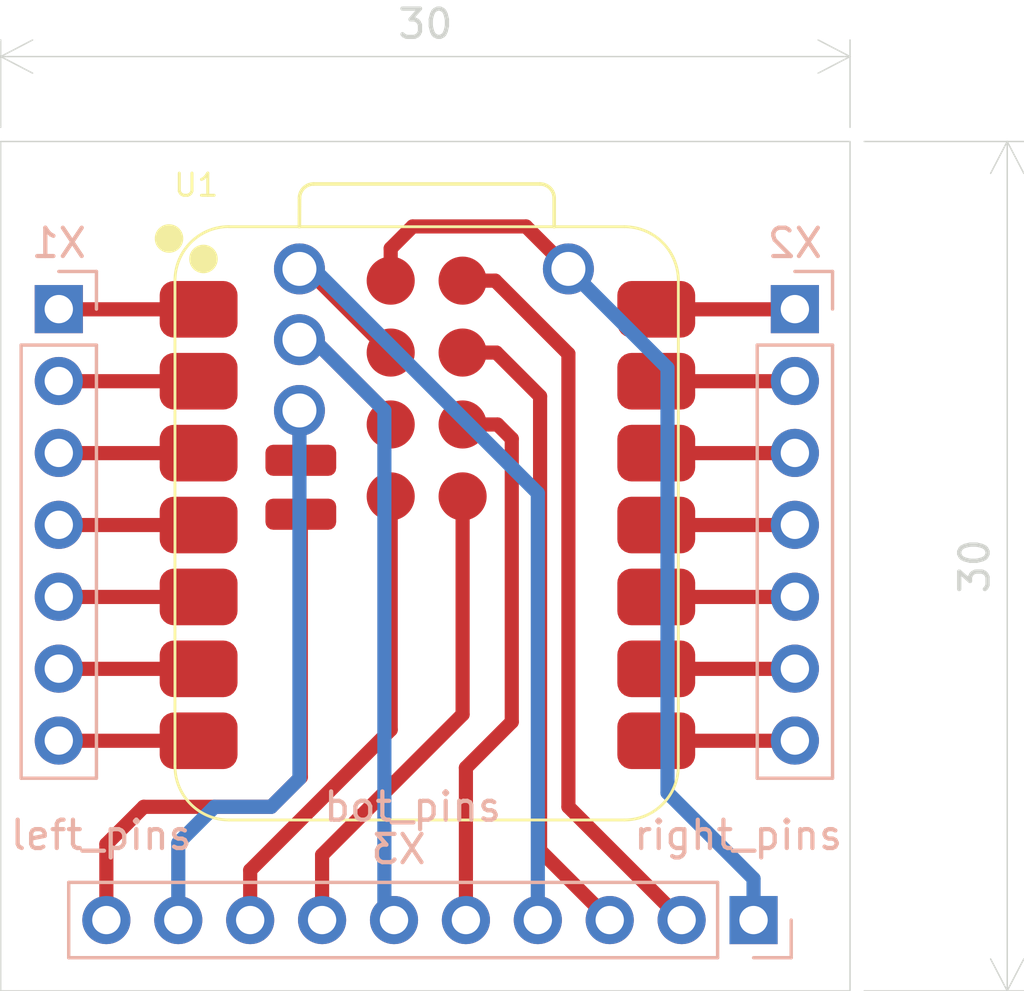
<source format=kicad_pcb>
(kicad_pcb (version 20241229) (generator "pcbnew") (generator_version "9.0")
  (layers (0 "F.Cu" signal) (2 "B.Cu" signal) (13 "F.Paste" user) (15 "B.Paste" user) (5 "F.SilkS" user "F.Silkscreen") (7 "B.SilkS" user "B.Silkscreen") (1 "F.Mask" user) (3 "B.Mask" user) (25 "Edge.Cuts" user))
  (net 0 "")
  (net 1 "Net-(U1-5V)")
  (net 2 "Net-(U1-MTCK)")
  (net 3 "Net-(U1-GND-Pad20)")
  (net 4 "Net-(U1-MTDO)")
  (net 5 "Net-(U1-D+)")
  (net 6 "Net-(U1-MTMS)")
  (net 7 "Net-(U1-D-)")
  (net 8 "Net-(U1-GPIO43_TX_D6)")
  (net 9 "Net-(U1-TCH8_GPIO8_A9_D9_MISO)")
  (net 10 "Net-(U1-EN)")
  (net 11 "Net-(U1-TCH9_GPIO9_A10_D10_MOSI)")
  (net 12 "Net-(U1-MTDI)")
  (net 13 "Net-(U1-GND-Pad13)")
  (net 14 "Net-(U1-3V3)")
  (net 15 "Net-(U1-TCH5_GPIO5_A4_D4_SDA)")
  (net 16 "Net-(U1-TCH1_GPIO1_A0_D0)")
  (net 17 "Net-(U1-TCH4_GPIO4_A3_D3)")
  (net 18 "Net-(U1-BAT-)")
  (net 19 "Net-(U1-TCH2_GPIO2_A1_D1)")
  (net 20 "Net-(U1-TCH7_GPIO7_A8_D8_SCK)")
  (net 21 "Net-(U1-TCH6_GPIO6_A5_D5_SCL)")
  (net 22 "Net-(U1-GPIO44_D7_RX)")
  (net 23 "Net-(U1-BAT+)")
  (net 24 "Net-(U1-TCH3_GPIO3_A2_D2)")
  (footprint "xiao_esp32s3:XIAO-ESP32S3-SMD" (layer "F.Cu") (at 100 100)
    (property "Reference" "U1" (at -9 -11.5 0) (layer "F.SilkS") (effects (font (size 0.78232 0.78232) (thickness 0.10668)) (justify left bottom)))
    (property "Value" "MOUDLE-SEEEDUINO-XIAO-ESP32S3")
    (fp_line (start -8.896364 8.56) (end -8.896364 -8.585) (stroke (width 0.1)) (layer "F.SilkS"))
    (fp_line (start -6.991364 10.465) (end 6.978636 10.465) (stroke (width 0.1)) (layer "F.SilkS"))
    (fp_line (start -4.501364 -10.49) (end -4.497636 -11.500272) (stroke (width 0.127)) (layer "F.SilkS"))
    (fp_line (start -3.997636 -12) (end 3.997636 -12) (stroke (width 0.127)) (layer "F.SilkS"))
    (fp_line (start 4.497636 -11.5) (end 4.497636 -10.49) (stroke (width 0.127)) (layer "F.SilkS"))
    (fp_line (start 6.978636 -10.49) (end -6.991364 -10.49) (stroke (width 0.1)) (layer "F.SilkS"))
    (fp_line (start 8.883636 8.56) (end 8.883636 -8.585) (stroke (width 0.1)) (layer "F.SilkS"))
    (fp_arc (start -8.896364 -8.589) (mid -8.338402 -9.936038) (end -6.991364 -10.494) (stroke (width 0.1)) (layer "F.SilkS"))
    (fp_arc (start -6.991364 10.465) (mid -8.338402 9.907038) (end -8.896364 8.56) (stroke (width 0.1)) (layer "F.SilkS"))
    (fp_arc (start -4.497636 -11.500272) (mid -4.351088 -11.853644) (end -3.997636 -12) (stroke (width 0.127)) (layer "F.SilkS"))
    (fp_arc (start 3.997636 -12) (mid 4.351189 -11.853553) (end 4.497636 -11.5) (stroke (width 0.127)) (layer "F.SilkS"))
    (fp_arc (start 6.978636 -10.49) (mid 8.325674 -9.932038) (end 8.883636 -8.585) (stroke (width 0.1)) (layer "F.SilkS"))
    (fp_arc (start 8.883636 8.56) (mid 8.325674 9.907038) (end 6.978636 10.465) (stroke (width 0.1)) (layer "F.SilkS"))
    (fp_circle (center -9.106364 -10.074) (end -9.106364 -10.328) (stroke (width 0.5)) (fill yes) (layer "F.SilkS"))
    (fp_circle (center -7.889364 -9.351) (end -7.889364 -9.605) (stroke (width 0.5)) (fill yes) (layer "F.SilkS"))
    (pad "1" smd roundrect (at -8.061364 -7.573) (size 2.75 2) (layers "F.Cu" "F.Mask" "F.Paste") (net 16 "Net-(U1-TCH1_GPIO1_A0_D0)"))
    (pad "2" smd roundrect (at -8.061364 -5.033) (size 2.75 2) (layers "F.Cu" "F.Mask" "F.Paste") (net 19 "Net-(U1-TCH2_GPIO2_A1_D1)"))
    (pad "3" smd roundrect (at -8.061364 -2.493) (size 2.75 2) (layers "F.Cu" "F.Mask" "F.Paste") (net 24 "Net-(U1-TCH3_GPIO3_A2_D2)"))
    (pad "4" smd roundrect (at -8.061364 0.047) (size 2.75 2) (layers "F.Cu" "F.Mask" "F.Paste") (net 17 "Net-(U1-TCH4_GPIO4_A3_D3)"))
    (pad "5" smd roundrect (at -8.061364 2.587) (size 2.75 2) (layers "F.Cu" "F.Mask" "F.Paste") (net 15 "Net-(U1-TCH5_GPIO5_A4_D4_SDA)"))
    (pad "6" smd roundrect (at -8.061364 5.127) (size 2.75 2) (layers "F.Cu" "F.Mask" "F.Paste") (net 21 "Net-(U1-TCH6_GPIO6_A5_D5_SCL)"))
    (pad "7" smd roundrect (at -8.061364 7.667) (size 2.75 2) (layers "F.Cu" "F.Mask" "F.Paste") (net 8 "Net-(U1-GPIO43_TX_D6)"))
    (pad "8" smd roundrect (at 8.103636 7.667) (size 2.75 2) (layers "F.Cu" "F.Mask" "F.Paste") (net 22 "Net-(U1-GPIO44_D7_RX)"))
    (pad "9" smd roundrect (at 8.103636 5.127) (size 2.75 2) (layers "F.Cu" "F.Mask" "F.Paste") (net 20 "Net-(U1-TCH7_GPIO7_A8_D8_SCK)"))
    (pad "10" smd roundrect (at 8.103636 2.587) (size 2.75 2) (layers "F.Cu" "F.Mask" "F.Paste") (net 9 "Net-(U1-TCH8_GPIO8_A9_D9_MISO)"))
    (pad "11" smd roundrect (at 8.103636 0.047) (size 2.75 2) (layers "F.Cu" "F.Mask" "F.Paste") (net 11 "Net-(U1-TCH9_GPIO9_A10_D10_MOSI)"))
    (pad "12" smd roundrect (at 8.103636 -2.493) (size 2.75 2) (layers "F.Cu" "F.Mask" "F.Paste") (net 14 "Net-(U1-3V3)"))
    (pad "13" smd roundrect (at 8.103636 -5.033) (size 2.75 2) (layers "F.Cu" "F.Mask" "F.Paste") (net 13 "Net-(U1-GND-Pad13)"))
    (pad "14" smd roundrect (at 8.103636 -7.573) (size 2.75 2) (layers "F.Cu" "F.Mask" "F.Paste") (net 1 "Net-(U1-5V)"))
    (pad "15" smd roundrect (at -4.451364 -0.335 180) (size 2.5 1.1) (layers "F.Cu" "F.Mask" "F.Paste") (net 23 "Net-(U1-BAT+)"))
    (pad "16" smd roundrect (at -4.451364 -2.24 180) (size 2.5 1.1) (layers "F.Cu" "F.Mask" "F.Paste") (net 18 "Net-(U1-BAT-)"))
    (pad "17" smd circle (at -1.276364 -8.585) (size 1.7 1.7) (layers "F.Cu" "F.Mask" "F.Paste") (net 12 "Net-(U1-MTDI)"))
    (pad "18" smd circle (at 1.263636 -8.585) (size 1.7 1.7) (layers "F.Cu" "F.Mask" "F.Paste") (net 4 "Net-(U1-MTDO)"))
    (pad "19" smd circle (at -1.276364 -6.045) (size 1.7 1.7) (layers "F.Cu" "F.Mask" "F.Paste") (net 10 "Net-(U1-EN)"))
    (pad "20" smd circle (at 1.263636 -6.045) (size 1.7 1.7) (layers "F.Cu" "F.Mask" "F.Paste") (net 3 "Net-(U1-GND-Pad20)"))
    (pad "21" smd circle (at -1.276364 -3.505) (size 1.7 1.7) (layers "F.Cu" "F.Mask" "F.Paste") (net 6 "Net-(U1-MTMS)"))
    (pad "22" smd circle (at 1.263636 -3.505) (size 1.7 1.7) (layers "F.Cu" "F.Mask" "F.Paste") (net 2 "Net-(U1-MTCK)"))
    (pad "23" smd circle (at -1.276364 -0.965) (size 1.7 1.7) (layers "F.Cu" "F.Mask" "F.Paste") (net 7 "Net-(U1-D-)"))
    (pad "24" smd circle (at 1.263636 -0.965) (size 1.7 1.7) (layers "F.Cu" "F.Mask" "F.Paste") (net 5 "Net-(U1-D+)"))
  )
  (footprint "pin_header:PinHeader_1x10_P2.54mm_Vertical" (layer "B.Cu") (at 111.54 114 90)
    (property "Reference" "X3" (at 2.5 -12.54 180) (layer "B.SilkS") (effects (justify mirror)))
    (property "Value" "bot_pins" (at 4 -12.04 180) (layer "B.SilkS"))
    (fp_line (start -1.33 -24.19) (end 1.33 -24.19) (stroke (width 0.12)) (layer "B.SilkS"))
    (fp_line (start 1.33 -1.27) (end 1.33 -24.19) (stroke (width 0.12)) (layer "B.SilkS"))
    (fp_line (start -1.33 -1.27) (end -1.33 -24.19) (stroke (width 0.12)) (layer "B.SilkS"))
    (fp_line (start -1.33 -1.27) (end 1.33 -1.27) (stroke (width 0.12)) (layer "B.SilkS"))
    (fp_line (start -1.33 0) (end -1.33 1.33) (stroke (width 0.12)) (layer "B.SilkS"))
    (fp_line (start -1.33 1.33) (end 0 1.33) (stroke (width 0.12)) (layer "B.SilkS"))
    (pad "1" thru_hole rect (at 0 0 90) (size 1.7 1.7) (drill 1) (layers "*.Cu" "*.Mask") (net 12 "Net-(U1-MTDI)"))
    (pad "2" thru_hole oval (at 0 -2.54 90) (size 1.7 1.7) (drill 1) (layers "*.Cu" "*.Mask") (net 4 "Net-(U1-MTDO)"))
    (pad "3" thru_hole oval (at 0 -5.08 90) (size 1.7 1.7) (drill 1) (layers "*.Cu" "*.Mask") (net 3 "Net-(U1-GND-Pad20)"))
    (pad "4" thru_hole oval (at 0 -7.62 90) (size 1.7 1.7) (drill 1) (layers "*.Cu" "*.Mask") (net 10 "Net-(U1-EN)"))
    (pad "5" thru_hole oval (at 0 -10.16 90) (size 1.7 1.7) (drill 1) (layers "*.Cu" "*.Mask") (net 2 "Net-(U1-MTCK)"))
    (pad "6" thru_hole oval (at 0 -12.7 90) (size 1.7 1.7) (drill 1) (layers "*.Cu" "*.Mask") (net 6 "Net-(U1-MTMS)"))
    (pad "7" thru_hole oval (at 0 -15.24 90) (size 1.7 1.7) (drill 1) (layers "*.Cu" "*.Mask") (net 5 "Net-(U1-D+)"))
    (pad "8" thru_hole oval (at 0 -17.78 90) (size 1.7 1.7) (drill 1) (layers "*.Cu" "*.Mask") (net 7 "Net-(U1-D-)"))
    (pad "9" thru_hole oval (at 0 -20.32 90) (size 1.7 1.7) (drill 1) (layers "*.Cu" "*.Mask") (net 18 "Net-(U1-BAT-)"))
    (pad "10" thru_hole oval (at 0 -22.86 90) (size 1.7 1.7) (drill 1) (layers "*.Cu" "*.Mask") (net 23 "Net-(U1-BAT+)"))
  )
  (footprint "pin_header:PinHeader_1x07_P2.54mm_Vertical" (layer "B.Cu") (at 87 92.42 180)
    (property "Reference" "X1" (at 0 2.33 0) (layer "B.SilkS") (effects (justify mirror)))
    (property "Value" "left_pins" (at -1.5 -18.58 0) (layer "B.SilkS"))
    (fp_line (start 1.33 -1.27) (end 1.33 -16.57) (stroke (width 0.12)) (layer "B.SilkS"))
    (fp_line (start -1.33 1.33) (end 0 1.33) (stroke (width 0.12)) (layer "B.SilkS"))
    (fp_line (start -1.33 0) (end -1.33 1.33) (stroke (width 0.12)) (layer "B.SilkS"))
    (fp_line (start -1.33 -1.27) (end 1.33 -1.27) (stroke (width 0.12)) (layer "B.SilkS"))
    (fp_line (start -1.33 -1.27) (end -1.33 -16.57) (stroke (width 0.12)) (layer "B.SilkS"))
    (fp_line (start -1.33 -16.57) (end 1.33 -16.57) (stroke (width 0.12)) (layer "B.SilkS"))
    (pad "1" thru_hole rect (at 0 0 180) (size 1.7 1.7) (drill 1) (layers "*.Cu" "*.Mask") (net 16 "Net-(U1-TCH1_GPIO1_A0_D0)"))
    (pad "2" thru_hole oval (at 0 -2.54 180) (size 1.7 1.7) (drill 1) (layers "*.Cu" "*.Mask") (net 19 "Net-(U1-TCH2_GPIO2_A1_D1)"))
    (pad "3" thru_hole oval (at 0 -5.08 180) (size 1.7 1.7) (drill 1) (layers "*.Cu" "*.Mask") (net 24 "Net-(U1-TCH3_GPIO3_A2_D2)"))
    (pad "4" thru_hole oval (at 0 -7.62 180) (size 1.7 1.7) (drill 1) (layers "*.Cu" "*.Mask") (net 17 "Net-(U1-TCH4_GPIO4_A3_D3)"))
    (pad "5" thru_hole oval (at 0 -10.16 180) (size 1.7 1.7) (drill 1) (layers "*.Cu" "*.Mask") (net 15 "Net-(U1-TCH5_GPIO5_A4_D4_SDA)"))
    (pad "6" thru_hole oval (at 0 -12.7 180) (size 1.7 1.7) (drill 1) (layers "*.Cu" "*.Mask") (net 21 "Net-(U1-TCH6_GPIO6_A5_D5_SCL)"))
    (pad "7" thru_hole oval (at 0 -15.24 180) (size 1.7 1.7) (drill 1) (layers "*.Cu" "*.Mask") (net 8 "Net-(U1-GPIO43_TX_D6)"))
  )
  (footprint "pin_header:PinHeader_1x07_P2.54mm_Vertical" (layer "B.Cu") (at 113 92.42 180)
    (property "Reference" "X2" (at 0 2.33 0) (layer "B.SilkS") (effects (justify mirror)))
    (property "Value" "right_pins" (at 2 -18.58 0) (layer "B.SilkS"))
    (fp_line (start 1.33 -1.27) (end 1.33 -16.57) (stroke (width 0.12)) (layer "B.SilkS"))
    (fp_line (start -1.33 1.33) (end 0 1.33) (stroke (width 0.12)) (layer "B.SilkS"))
    (fp_line (start -1.33 0) (end -1.33 1.33) (stroke (width 0.12)) (layer "B.SilkS"))
    (fp_line (start -1.33 -1.27) (end 1.33 -1.27) (stroke (width 0.12)) (layer "B.SilkS"))
    (fp_line (start -1.33 -1.27) (end -1.33 -16.57) (stroke (width 0.12)) (layer "B.SilkS"))
    (fp_line (start -1.33 -16.57) (end 1.33 -16.57) (stroke (width 0.12)) (layer "B.SilkS"))
    (pad "1" thru_hole rect (at 0 0 180) (size 1.7 1.7) (drill 1) (layers "*.Cu" "*.Mask") (net 1 "Net-(U1-5V)"))
    (pad "2" thru_hole oval (at 0 -2.54 180) (size 1.7 1.7) (drill 1) (layers "*.Cu" "*.Mask") (net 13 "Net-(U1-GND-Pad13)"))
    (pad "3" thru_hole oval (at 0 -5.08 180) (size 1.7 1.7) (drill 1) (layers "*.Cu" "*.Mask") (net 14 "Net-(U1-3V3)"))
    (pad "4" thru_hole oval (at 0 -7.62 180) (size 1.7 1.7) (drill 1) (layers "*.Cu" "*.Mask") (net 11 "Net-(U1-TCH9_GPIO9_A10_D10_MOSI)"))
    (pad "5" thru_hole oval (at 0 -10.16 180) (size 1.7 1.7) (drill 1) (layers "*.Cu" "*.Mask") (net 9 "Net-(U1-TCH8_GPIO8_A9_D9_MISO)"))
    (pad "6" thru_hole oval (at 0 -12.7 180) (size 1.7 1.7) (drill 1) (layers "*.Cu" "*.Mask") (net 20 "Net-(U1-TCH7_GPIO7_A8_D8_SCK)"))
    (pad "7" thru_hole oval (at 0 -15.24 180) (size 1.7 1.7) (drill 1) (layers "*.Cu" "*.Mask") (net 22 "Net-(U1-GPIO44_D7_RX)"))
  )
  (gr_rect (start 84.9482 86.5) (end 114.9482 116.5) (stroke (width 0.05)) (fill no) (layer "Edge.Cuts"))
  (dimension (type orthogonal) (layer "Edge.Cuts") (pts (xy 114.9482 86.5) (xy 84.9482 86.5)) (height -3) (orientation 0) (format (prefix "") (suffix "") (units 3) (units_format 0) (precision 4) (suppress_zeroes yes)) (style (thickness 0.05) (arrow_length 1.27) (text_position_mode 0) (arrow_direction outward) (extension_height 0.58642) (extension_offset 0.5) (keep_text_aligned yes)) (gr_text "30" (at 99.9482 82.35 0) (layer "Edge.Cuts") (effects (font (size 1 1) (thickness 0.15)))))
  (dimension (type orthogonal) (layer "Edge.Cuts") (pts (xy 114.9482 86.5) (xy 114.9482 116.5)) (height 5.5518) (orientation 1) (format (prefix "") (suffix "") (units 3) (units_format 0) (precision 4) (suppress_zeroes yes)) (style (thickness 0.05) (arrow_length 1.27) (text_position_mode 0) (arrow_direction outward) (extension_height 0.58642) (extension_offset 0.5) (keep_text_aligned yes)) (gr_text "30" (at 119.35 101.5 90) (layer "Edge.Cuts") (effects (font (size 1 1) (thickness 0.15)))))
  (segment (start 108.103636 92.427) (end 112.993 92.427) (width 0.5) (layer "F.Cu") (net 1))
  (segment (start 112.993 92.427) (end 113 92.42) (width 0.5) (layer "F.Cu") (net 1))
  (segment (start 101.38 114) (end 101.38 108.62) (width 0.5) (layer "F.Cu") (net 2))
  (segment (start 103 97) (end 102.495 96.495) (width 0.5) (layer "F.Cu") (net 2))
  (segment (start 103 107) (end 103 97) (width 0.5) (layer "F.Cu") (net 2))
  (segment (start 101.38 108.62) (end 103 107) (width 0.5) (layer "F.Cu") (net 2))
  (segment (start 102.495 96.495) (end 101.263636 96.495) (width 0.5) (layer "F.Cu") (net 2))
  (segment (start 102.455 93.955) (end 101.263636 93.955) (width 0.5) (layer "F.Cu") (net 3))
  (segment (start 104 111.54) (end 104 95.5) (width 0.5) (layer "F.Cu") (net 3))
  (segment (start 104 95.5) (end 102.455 93.955) (width 0.5) (layer "F.Cu") (net 3))
  (segment (start 106.46 114) (end 104 111.54) (width 0.5) (layer "F.Cu") (net 3))
  (segment (start 102.415 91.415) (end 101.263636 91.415) (width 0.5) (layer "F.Cu") (net 4))
  (segment (start 105 94) (end 102.415 91.415) (width 0.5) (layer "F.Cu") (net 4))
  (segment (start 109 114) (end 105 110) (width 0.5) (layer "F.Cu") (net 4))
  (segment (start 105 110) (end 105 94) (width 0.5) (layer "F.Cu") (net 4))
  (segment (start 96.3 114) (end 96.3 111.7) (width 0.5) (layer "F.Cu") (net 5))
  (segment (start 96.3 111.7) (end 101.263636 106.736364) (width 0.5) (layer "F.Cu") (net 5))
  (segment (start 101.263636 106.736364) (end 101.263636 99.035) (width 0.5) (layer "F.Cu") (net 5))
  (segment (start 98.723636 96.223636) (end 98.723636 96.495) (width 0.5) (layer "F.Cu") (net 6))
  (segment (start 96 93.5) (end 98.723636 96.223636) (width 0.5) (layer "F.Cu") (net 6))
  (segment (start 95.5 93.5) (end 96 93.5) (width 0.5) (layer "F.Cu") (net 6))
  (via (at 95.5 93.5) (size 1.8) (drill 1.2) (layers "F.Cu" "B.Cu") (net 6))
  (segment (start 98.5 113.66) (end 98.84 114) (width 0.5) (layer "B.Cu") (net 6))
  (segment (start 98.5 96) (end 98.5 113.66) (width 0.5) (layer "B.Cu") (net 6))
  (segment (start 96 93.5) (end 98.5 96) (width 0.5) (layer "B.Cu") (net 6))
  (segment (start 95.5 93.5) (end 96 93.5) (width 0.5) (layer "B.Cu") (net 6))
  (segment (start 98.723636 107.276364) (end 98.723636 99.035) (width 0.5) (layer "F.Cu") (net 7))
  (segment (start 93.76 112.24) (end 98.723636 107.276364) (width 0.5) (layer "F.Cu") (net 7))
  (segment (start 93.76 114) (end 93.76 112.24) (width 0.5) (layer "F.Cu") (net 7))
  (segment (start 87.007 107.667) (end 87 107.66) (width 0.5) (layer "F.Cu") (net 8))
  (segment (start 91.938636 107.667) (end 87.007 107.667) (width 0.5) (layer "F.Cu") (net 8))
  (segment (start 112.993 102.587) (end 113 102.58) (width 0.5) (layer "F.Cu") (net 9))
  (segment (start 108.103636 102.587) (end 112.993 102.587) (width 0.5) (layer "F.Cu") (net 9))
  (segment (start 95.768636 91) (end 98.723636 93.955) (width 0.5) (layer "F.Cu") (net 10))
  (segment (start 95.5 91) (end 95.768636 91) (width 0.5) (layer "F.Cu") (net 10))
  (via (at 95.5 91) (size 1.8) (drill 1.2) (layers "F.Cu" "B.Cu") (net 10))
  (segment (start 103.92 98.92) (end 103.92 114) (width 0.5) (layer "B.Cu") (net 10))
  (segment (start 95.5 91) (end 96 91) (width 0.5) (layer "B.Cu") (net 10))
  (segment (start 96 91) (end 103.92 98.92) (width 0.5) (layer "B.Cu") (net 10))
  (segment (start 112.993 100.047) (end 113 100.04) (width 0.5) (layer "F.Cu") (net 11))
  (segment (start 108.103636 100.047) (end 112.993 100.047) (width 0.5) (layer "F.Cu") (net 11))
  (segment (start 105 91) (end 103.5 89.5) (width 0.5) (layer "F.Cu") (net 12))
  (segment (start 99.5 89.5) (end 98.723636 90.276364) (width 0.5) (layer "F.Cu") (net 12))
  (segment (start 103.5 89.5) (end 99.5 89.5) (width 0.5) (layer "F.Cu") (net 12))
  (segment (start 98.723636 90.276364) (end 98.723636 91.415) (width 0.5) (layer "F.Cu") (net 12))
  (via (at 105 91) (size 1.8) (drill 1.2) (layers "F.Cu" "B.Cu") (net 12))
  (segment (start 105 91) (end 108.5 94.5) (width 0.5) (layer "B.Cu") (net 12))
  (segment (start 108.5 94.5) (end 108.5 109.5) (width 0.5) (layer "B.Cu") (net 12))
  (segment (start 108.5 109.5) (end 111.54 112.54) (width 0.5) (layer "B.Cu") (net 12))
  (segment (start 111.54 112.54) (end 111.54 114) (width 0.5) (layer "B.Cu") (net 12))
  (segment (start 112.993 94.967) (end 113 94.96) (width 0.5) (layer "F.Cu") (net 13))
  (segment (start 108.103636 94.967) (end 112.993 94.967) (width 0.5) (layer "F.Cu") (net 13))
  (segment (start 112.993 97.507) (end 113 97.5) (width 0.5) (layer "F.Cu") (net 14))
  (segment (start 108.103636 97.507) (end 112.993 97.507) (width 0.5) (layer "F.Cu") (net 14))
  (segment (start 91.938636 102.587) (end 87.007 102.587) (width 0.5) (layer "F.Cu") (net 15))
  (segment (start 87.007 102.587) (end 87 102.58) (width 0.5) (layer "F.Cu") (net 15))
  (segment (start 91.938636 92.427) (end 87.007 92.427) (width 0.5) (layer "F.Cu") (net 16))
  (segment (start 87.007 92.427) (end 87 92.42) (width 0.5) (layer "F.Cu") (net 16))
  (segment (start 91.938636 100.047) (end 87.007 100.047) (width 0.5) (layer "F.Cu") (net 17))
  (segment (start 87.007 100.047) (end 87 100.04) (width 0.5) (layer "F.Cu") (net 17))
  (segment (start 95.5 96) (end 95.5 97.711364) (width 0.5) (layer "F.Cu") (net 18))
  (segment (start 95.5 97.711364) (end 95.548636 97.76) (width 0.5) (layer "F.Cu") (net 18))
  (via (at 95.5 96) (size 1.8) (drill 1.2) (layers "F.Cu" "B.Cu") (net 18))
  (segment (start 95.5 96) (end 95.5 109) (width 0.5) (layer "B.Cu") (net 18))
  (segment (start 91.22 111.28) (end 91.22 114) (width 0.5) (layer "B.Cu") (net 18))
  (segment (start 95.5 109) (end 94.5 110) (width 0.5) (layer "B.Cu") (net 18))
  (segment (start 94.5 110) (end 92.5 110) (width 0.5) (layer "B.Cu") (net 18))
  (segment (start 92.5 110) (end 91.22 111.28) (width 0.5) (layer "B.Cu") (net 18))
  (segment (start 91.938636 94.967) (end 87.007 94.967) (width 0.5) (layer "F.Cu") (net 19))
  (segment (start 87.007 94.967) (end 87 94.96) (width 0.5) (layer "F.Cu") (net 19))
  (segment (start 112.993 105.127) (end 113 105.12) (width 0.5) (layer "F.Cu") (net 20))
  (segment (start 108.103636 105.127) (end 112.993 105.127) (width 0.5) (layer "F.Cu") (net 20))
  (segment (start 87.007 105.127) (end 87 105.12) (width 0.5) (layer "F.Cu") (net 21))
  (segment (start 91.938636 105.127) (end 87.007 105.127) (width 0.5) (layer "F.Cu") (net 21))
  (segment (start 112.993 107.667) (end 113 107.66) (width 0.5) (layer "F.Cu") (net 22))
  (segment (start 108.103636 107.667) (end 112.993 107.667) (width 0.5) (layer "F.Cu") (net 22))
  (segment (start 90 110) (end 94.5 110) (width 0.5) (layer "F.Cu") (net 23))
  (segment (start 94.5 110) (end 95.548636 108.951364) (width 0.5) (layer "F.Cu") (net 23))
  (segment (start 88.68 114) (end 88.68 111.32) (width 0.5) (layer "F.Cu") (net 23))
  (segment (start 95.548636 108.951364) (end 95.548636 99.665) (width 0.5) (layer "F.Cu") (net 23))
  (segment (start 88.68 111.32) (end 90 110) (width 0.5) (layer "F.Cu") (net 23))
  (segment (start 87.007 97.507) (end 87 97.5) (width 0.5) (layer "F.Cu") (net 24))
  (segment (start 91.938636 97.507) (end 87.007 97.507) (width 0.5) (layer "F.Cu") (net 24))
)
</source>
